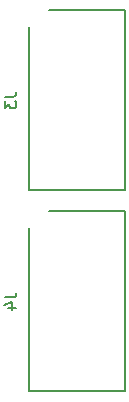
<source format=gbr>
%TF.GenerationSoftware,KiCad,Pcbnew,(6.0.0)*%
%TF.CreationDate,2022-08-13T16:18:09-04:00*%
%TF.ProjectId,eib-24-nanoz-adapter,6569622d-3234-42d6-9e61-6e6f7a2d6164,A*%
%TF.SameCoordinates,Original*%
%TF.FileFunction,Legend,Bot*%
%TF.FilePolarity,Positive*%
%FSLAX46Y46*%
G04 Gerber Fmt 4.6, Leading zero omitted, Abs format (unit mm)*
G04 Created by KiCad (PCBNEW (6.0.0)) date 2022-08-13 16:18:09*
%MOMM*%
%LPD*%
G01*
G04 APERTURE LIST*
%ADD10C,0.150000*%
%ADD11C,0.200000*%
G04 APERTURE END LIST*
D10*
%TO.C,J4*%
X133852380Y-126666666D02*
X134566666Y-126666666D01*
X134709523Y-126619047D01*
X134804761Y-126523809D01*
X134852380Y-126380952D01*
X134852380Y-126285714D01*
X134185714Y-127571428D02*
X134852380Y-127571428D01*
X133804761Y-127333333D02*
X134519047Y-127095238D01*
X134519047Y-127714285D01*
%TO.C,J3*%
X133852380Y-109666666D02*
X134566666Y-109666666D01*
X134709523Y-109619047D01*
X134804761Y-109523809D01*
X134852380Y-109380952D01*
X134852380Y-109285714D01*
X133852380Y-110047619D02*
X133852380Y-110666666D01*
X134233333Y-110333333D01*
X134233333Y-110476190D01*
X134280952Y-110571428D01*
X134328571Y-110619047D01*
X134423809Y-110666666D01*
X134661904Y-110666666D01*
X134757142Y-110619047D01*
X134804761Y-110571428D01*
X134852380Y-110476190D01*
X134852380Y-110190476D01*
X134804761Y-110095238D01*
X134757142Y-110047619D01*
D11*
%TO.C,J4*%
X144065000Y-119380000D02*
X144065000Y-134620000D01*
X144065000Y-134620000D02*
X135935000Y-134620000D01*
X144065000Y-119380000D02*
X137600000Y-119380000D01*
X135935000Y-120800000D02*
X135935000Y-134620000D01*
%TO.C,J3*%
X135935000Y-103800000D02*
X135935000Y-117620000D01*
X144065000Y-102380000D02*
X137600000Y-102380000D01*
X144065000Y-117620000D02*
X135935000Y-117620000D01*
X144065000Y-102380000D02*
X144065000Y-117620000D01*
%TD*%
M02*

</source>
